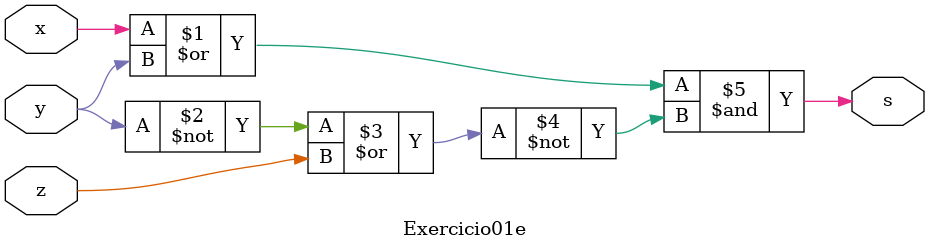
<source format=v>
module Exercicio01a(output s, input x,y,z);

	assign s = (x & ~(y | ~z));

endmodule // end Exercicio01a

module Exercicio01b(output s, input x,y,z);

	assign s = ~(x & ~y) & z;

endmodule // end Exercicio01b

module Exercicio01c(output s, input x,y,z);

	assign s = ~(~x & y) & ~z;

endmodule // end Exercicio01c

module Exercicio01d(output s, input x,y,z);

	assign s = ~(~x & ~y) & z;

endmodule // end Exercicio01d

module Exercicio01e(output s, input x,y,z);

	assign s = (x | y) & ~(~y | z);

endmodule // end Exercicio01e

</source>
